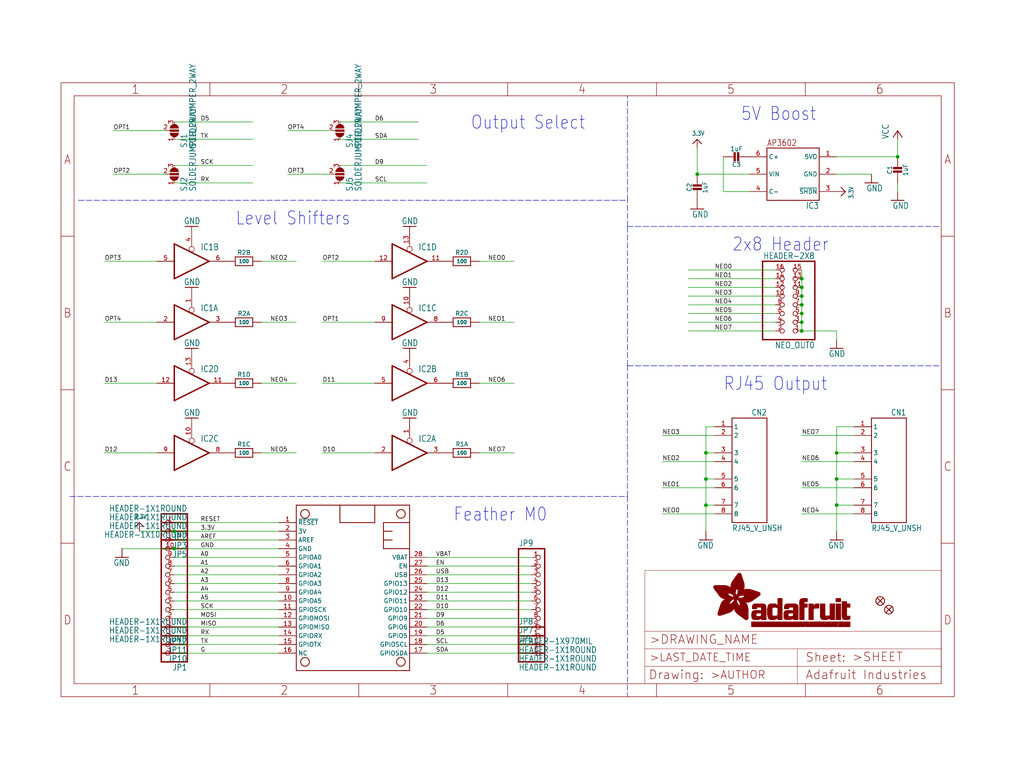
<source format=kicad_sch>
(kicad_sch (version 20211123) (generator eeschema)
  (paper "User" 298.45 223.063)
  (lib_symbols
    (symbol "schematicEagle-eagle-import:3.3V" (power)
      (property "Value" "3.3V" (at -1.524 1.016 0))
      (symbol "3.3V_1_0"
        (pin power_in line (at 0 -2.54 90) (length 2.54) (name "3.3V") (number "1"))
      )
    )
    (symbol "schematicEagle-eagle-import:74125PW"
      (property "Reference" "IC" (at -0.635 -0.635 0))
      (symbol "74125PW_1_0"
        (pin input line (at 0 7.62 270) (length 2.54) (name "OE") (number "1"))
        (pin input line (at -10.16 0 0) (length 5.08) (name "I") (number "2"))
        (pin tri_state line (at 10.16 0 180) (length 5.08) (name "O") (number "3"))
      )
      (symbol "74125PW_2_0"
        (pin input line (at 0 7.62 270) (length 2.54) (name "OE") (number "4"))
        (pin input line (at -10.16 0 0) (length 5.08) (name "I") (number "5"))
        (pin tri_state line (at 10.16 0 180) (length 5.08) (name "O") (number "6"))
      )
      (symbol "74125PW_3_0"
        (pin input line (at 0 7.62 270) (length 2.54) (name "OE") (number "10"))
        (pin tri_state line (at 10.16 0 180) (length 5.08) (name "O") (number "8"))
        (pin input line (at -10.16 0 0) (length 5.08) (name "I") (number "9"))
      )
      (symbol "74125PW_4_0"
        (pin tri_state line (at 10.16 0 180) (length 5.08) (name "O") (number "11"))
        (pin input line (at -10.16 0 0) (length 5.08) (name "I") (number "12"))
        (pin input line (at 0 7.62 270) (length 2.54) (name "OE") (number "13"))
      )
      (symbol "74125PW_5_0"
        (text "GND" (at 1.905 -5.842 900) (effects (font (size 1.27 1.0795)) (justify left bottom)))
        (text "VCC" (at 1.905 2.54 900) (effects (font (size 1.27 1.0795)) (justify left bottom)))
        (pin power_in line (at 0 7.62 270) (length 5.08) (name "VCC") (number "14"))
        (pin power_in line (at 0 -7.62 90) (length 5.08) (name "GND") (number "7"))
      )
    )
    (symbol "schematicEagle-eagle-import:AP3602"
      (property "Reference" "IC" (at -7.62 -10.16 0))
      (symbol "AP3602_1_0"
        (text "AP3602" (at 7.62 10.16 0) (effects (font (size 1.778 1.5113)) (justify right top)))
        (pin power_in line (at -12.7 5.08 0) (length 5.08) (name "5VO") (number "1"))
        (pin power_in line (at -12.7 0 0) (length 5.08) (name "GND") (number "2"))
        (pin input line (at -12.7 -5.08 0) (length 5.08) (name "~{SHDN}") (number "3"))
        (pin bidirectional line (at 12.7 -5.08 180) (length 5.08) (name "C-") (number "4"))
        (pin power_in line (at 12.7 0 180) (length 5.08) (name "VIN") (number "5"))
        (pin bidirectional line (at 12.7 5.08 180) (length 5.08) (name "C+") (number "6"))
      )
    )
    (symbol "schematicEagle-eagle-import:CAP_CERAMIC0603_NO"
      (property "Reference" "C" (at -2.29 1.25 90))
      (property "Value" "CAP_CERAMIC0603_NO" (at 2.3 1.25 90))
      (symbol "CAP_CERAMIC0603_NO_1_0"
        (pin passive line (at 0 5.08 270) (length 2.54) (name "1") (number "1"))
        (pin passive line (at 0 -2.54 90) (length 2.54) (name "2") (number "2"))
      )
    )
    (symbol "schematicEagle-eagle-import:FEATHERWING"
      (symbol "FEATHERWING_1_0"
        (pin input line (at 5.08 -5.08 90) (length 5.08) (name "~{RESET}") (number "1"))
        (pin bidirectional line (at 27.94 -5.08 90) (length 5.08) (name "GPIOA5") (number "10"))
        (pin bidirectional line (at 30.48 -5.08 90) (length 5.08) (name "GPIOSCK") (number "11"))
        (pin bidirectional line (at 33.02 -5.08 90) (length 5.08) (name "GPIOMOSI") (number "12"))
        (pin bidirectional line (at 35.56 -5.08 90) (length 5.08) (name "GPIOMISO") (number "13"))
        (pin bidirectional line (at 38.1 -5.08 90) (length 5.08) (name "GPIORX") (number "14"))
        (pin bidirectional line (at 40.64 -5.08 90) (length 5.08) (name "GPIOTX") (number "15"))
        (pin passive line (at 43.18 -5.08 90) (length 5.08) (name "NC") (number "16"))
        (pin bidirectional line (at 43.18 38.1 270) (length 5.08) (name "GPIOSDA") (number "17"))
        (pin bidirectional line (at 40.64 38.1 270) (length 5.08) (name "GPIOSCL") (number "18"))
        (pin bidirectional line (at 38.1 38.1 270) (length 5.08) (name "GPIO5") (number "19"))
        (pin power_in line (at 7.62 -5.08 90) (length 5.08) (name "3V") (number "2"))
        (pin bidirectional line (at 35.56 38.1 270) (length 5.08) (name "GPIO6") (number "20"))
        (pin bidirectional line (at 33.02 38.1 270) (length 5.08) (name "GPIO9") (number "21"))
        (pin bidirectional line (at 30.48 38.1 270) (length 5.08) (name "GPIO10") (number "22"))
        (pin bidirectional line (at 27.94 38.1 270) (length 5.08) (name "GPIO11") (number "23"))
        (pin bidirectional line (at 25.4 38.1 270) (length 5.08) (name "GPIO12") (number "24"))
        (pin bidirectional line (at 22.86 38.1 270) (length 5.08) (name "GPIO13") (number "25"))
        (pin power_in line (at 20.32 38.1 270) (length 5.08) (name "USB") (number "26"))
        (pin passive line (at 17.78 38.1 270) (length 5.08) (name "EN") (number "27"))
        (pin power_in line (at 15.24 38.1 270) (length 5.08) (name "VBAT") (number "28"))
        (pin passive line (at 10.16 -5.08 90) (length 5.08) (name "AREF") (number "3"))
        (pin power_in line (at 12.7 -5.08 90) (length 5.08) (name "GND") (number "4"))
        (pin bidirectional line (at 15.24 -5.08 90) (length 5.08) (name "GPIOA0") (number "5"))
        (pin bidirectional line (at 17.78 -5.08 90) (length 5.08) (name "GPIOA1") (number "6"))
        (pin bidirectional line (at 20.32 -5.08 90) (length 5.08) (name "GPIOA2") (number "7"))
        (pin bidirectional line (at 22.86 -5.08 90) (length 5.08) (name "GPIOA3") (number "8"))
        (pin bidirectional line (at 25.4 -5.08 90) (length 5.08) (name "GPIOA4") (number "9"))
      )
    )
    (symbol "schematicEagle-eagle-import:FIDUCIAL_1MM")
    (symbol "schematicEagle-eagle-import:FRAME_A4_ADAFRUIT"
      (symbol "FRAME_A4_ADAFRUIT_0_0"
        (text "1" (at 21.6958 1.905 0) (effects (font (size 2.54 2.286))))
        (text "1" (at 21.6958 177.165 0) (effects (font (size 2.54 2.286))))
        (text "2" (at 65.0875 1.905 0) (effects (font (size 2.54 2.286))))
        (text "2" (at 65.0875 177.165 0) (effects (font (size 2.54 2.286))))
        (text "3" (at 108.4792 1.905 0) (effects (font (size 2.54 2.286))))
        (text "3" (at 108.4792 177.165 0) (effects (font (size 2.54 2.286))))
        (text "4" (at 151.8708 1.905 0) (effects (font (size 2.54 2.286))))
        (text "4" (at 151.8708 177.165 0) (effects (font (size 2.54 2.286))))
        (text "5" (at 195.2625 1.905 0) (effects (font (size 2.54 2.286))))
        (text "5" (at 195.2625 177.165 0) (effects (font (size 2.54 2.286))))
        (text "6" (at 238.6542 1.905 0) (effects (font (size 2.54 2.286))))
        (text "6" (at 238.6542 177.165 0) (effects (font (size 2.54 2.286))))
        (text "A" (at 1.905 156.6863 0) (effects (font (size 2.54 2.286))))
        (text "A" (at 258.445 156.6863 0) (effects (font (size 2.54 2.286))))
        (text "B" (at 1.905 111.9188 0) (effects (font (size 2.54 2.286))))
        (text "B" (at 258.445 111.9188 0) (effects (font (size 2.54 2.286))))
        (text "C" (at 1.905 67.1513 0) (effects (font (size 2.54 2.286))))
        (text "C" (at 258.445 67.1513 0) (effects (font (size 2.54 2.286))))
        (text "D" (at 1.905 22.3838 0) (effects (font (size 2.54 2.286))))
        (text "D" (at 258.445 22.3838 0) (effects (font (size 2.54 2.286))))
      )
      (symbol "FRAME_A4_ADAFRUIT_1_0"
        (text ">AUTHOR" (at 189.23 5.08 0) (effects (font (size 2.286 2.286)) (justify left bottom)))
        (text ">DRAWING_NAME" (at 171.45 15.24 0) (effects (font (size 2.54 2.54)) (justify left bottom)))
        (text ">LAST_DATE_TIME" (at 171.45 10.16 0) (effects (font (size 2.286 2.286)) (justify left bottom)))
        (text ">SHEET" (at 230.505 10.16 0) (effects (font (size 2.54 2.54)) (justify left bottom)))
        (text "Adafruit Industries" (at 216.916 4.953 0) (effects (font (size 2.54 2.54)) (justify left bottom)))
        (text "Drawing:" (at 171.196 4.953 0) (effects (font (size 2.54 2.54)) (justify left bottom)))
        (text "Sheet:" (at 216.916 10.033 0) (effects (font (size 2.54 2.54)) (justify left bottom)))
      )
    )
    (symbol "schematicEagle-eagle-import:GND" (power)
      (property "Value" "GND" (at -2.54 -2.54 0))
      (symbol "GND_1_0"
        (pin power_in line (at 0 2.54 270) (length 2.54) (name "GND") (number "1"))
      )
    )
    (symbol "schematicEagle-eagle-import:HEADER-1X10ROUND"
      (property "Reference" "JP" (at -6.35 13.335 0))
      (property "Value" "HEADER-1X10ROUND" (at -6.35 -17.78 0))
      (symbol "HEADER-1X10ROUND_1_0"
        (pin passive inverted (at -2.54 10.16 0) (length 2.54) (name "1") (number "1"))
        (pin passive inverted (at -2.54 -12.7 0) (length 2.54) (name "10") (number "10"))
        (pin passive inverted (at -2.54 7.62 0) (length 2.54) (name "2") (number "2"))
        (pin passive inverted (at -2.54 5.08 0) (length 2.54) (name "3") (number "3"))
        (pin passive inverted (at -2.54 2.54 0) (length 2.54) (name "4") (number "4"))
        (pin passive inverted (at -2.54 0 0) (length 2.54) (name "5") (number "5"))
        (pin passive inverted (at -2.54 -2.54 0) (length 2.54) (name "6") (number "6"))
        (pin passive inverted (at -2.54 -5.08 0) (length 2.54) (name "7") (number "7"))
        (pin passive inverted (at -2.54 -7.62 0) (length 2.54) (name "8") (number "8"))
        (pin passive inverted (at -2.54 -10.16 0) (length 2.54) (name "9") (number "9"))
      )
    )
    (symbol "schematicEagle-eagle-import:HEADER-1X1ROUND"
      (property "Reference" "JP" (at -6.35 3.175 0))
      (property "Value" "HEADER-1X1ROUND" (at -6.35 -5.08 0))
      (symbol "HEADER-1X1ROUND_1_0"
        (pin passive inverted (at -2.54 0 0) (length 2.54) (name "1") (number "1"))
      )
    )
    (symbol "schematicEagle-eagle-import:HEADER-1X970MIL"
      (property "Reference" "JP" (at -6.35 13.335 0))
      (property "Value" "HEADER-1X970MIL" (at -6.35 -15.24 0))
      (symbol "HEADER-1X970MIL_1_0"
        (pin passive inverted (at -2.54 10.16 0) (length 2.54) (name "1") (number "1"))
        (pin passive inverted (at -2.54 7.62 0) (length 2.54) (name "2") (number "2"))
        (pin passive inverted (at -2.54 5.08 0) (length 2.54) (name "3") (number "3"))
        (pin passive inverted (at -2.54 2.54 0) (length 2.54) (name "4") (number "4"))
        (pin passive inverted (at -2.54 0 0) (length 2.54) (name "5") (number "5"))
        (pin passive inverted (at -2.54 -2.54 0) (length 2.54) (name "6") (number "6"))
        (pin passive inverted (at -2.54 -5.08 0) (length 2.54) (name "7") (number "7"))
        (pin passive inverted (at -2.54 -7.62 0) (length 2.54) (name "8") (number "8"))
        (pin passive inverted (at -2.54 -10.16 0) (length 2.54) (name "9") (number "9"))
      )
    )
    (symbol "schematicEagle-eagle-import:HEADER-2X8"
      (property "Reference" "JP" (at -8.89 10.795 0))
      (property "Value" "HEADER-2X8" (at -8.89 -15.24 0))
      (symbol "HEADER-2X8_1_0"
        (pin passive inverted (at -5.08 7.62 0) (length 2.54) (name "1") (number "1"))
        (pin passive inverted (at 2.54 -2.54 180) (length 2.54) (name "10") (number "10"))
        (pin passive inverted (at -5.08 -5.08 0) (length 2.54) (name "11") (number "11"))
        (pin passive inverted (at 2.54 -5.08 180) (length 2.54) (name "12") (number "12"))
        (pin passive inverted (at -5.08 -7.62 0) (length 2.54) (name "13") (number "13"))
        (pin passive inverted (at 2.54 -7.62 180) (length 2.54) (name "14") (number "14"))
        (pin passive inverted (at -5.08 -10.16 0) (length 2.54) (name "15") (number "15"))
        (pin passive inverted (at 2.54 -10.16 180) (length 2.54) (name "16") (number "16"))
        (pin passive inverted (at 2.54 7.62 180) (length 2.54) (name "2") (number "2"))
        (pin passive inverted (at -5.08 5.08 0) (length 2.54) (name "3") (number "3"))
        (pin passive inverted (at 2.54 5.08 180) (length 2.54) (name "4") (number "4"))
        (pin passive inverted (at -5.08 2.54 0) (length 2.54) (name "5") (number "5"))
        (pin passive inverted (at 2.54 2.54 180) (length 2.54) (name "6") (number "6"))
        (pin passive inverted (at -5.08 0 0) (length 2.54) (name "7") (number "7"))
        (pin passive inverted (at 2.54 0 180) (length 2.54) (name "8") (number "8"))
        (pin passive inverted (at -5.08 -2.54 0) (length 2.54) (name "9") (number "9"))
      )
    )
    (symbol "schematicEagle-eagle-import:RESISTOR_4PACK"
      (property "Reference" "R" (at 0 2.54 0))
      (property "Value" "RESISTOR_4PACK" (at 0 0 0))
      (symbol "RESISTOR_4PACK_1_0"
        (pin passive line (at -5.08 0 0) (length 2.54) (name "1") (number "1"))
        (pin passive line (at 5.08 0 180) (length 2.54) (name "2") (number "8"))
      )
      (symbol "RESISTOR_4PACK_2_0"
        (pin passive line (at -5.08 0 0) (length 2.54) (name "1") (number "2"))
        (pin passive line (at 5.08 0 180) (length 2.54) (name "2") (number "7"))
      )
      (symbol "RESISTOR_4PACK_3_0"
        (pin passive line (at -5.08 0 0) (length 2.54) (name "1") (number "3"))
        (pin passive line (at 5.08 0 180) (length 2.54) (name "2") (number "6"))
      )
      (symbol "RESISTOR_4PACK_4_0"
        (pin passive line (at -5.08 0 0) (length 2.54) (name "1") (number "4"))
        (pin passive line (at 5.08 0 180) (length 2.54) (name "2") (number "5"))
      )
    )
    (symbol "schematicEagle-eagle-import:RJ45_V_UNSH"
      (property "Reference" "CN" (at 5.08 17.78 0))
      (property "Value" "RJ45_V_UNSH" (at -5.08 -17.78 0))
      (symbol "RJ45_V_UNSH_1_0"
        (pin bidirectional line (at -10.16 12.7 0) (length 5.08) (name "1") (number "1"))
        (pin bidirectional line (at -10.16 10.16 0) (length 5.08) (name "2") (number "2"))
        (pin bidirectional line (at -10.16 5.08 0) (length 5.08) (name "3") (number "3"))
        (pin bidirectional line (at -10.16 2.54 0) (length 5.08) (name "4") (number "4"))
        (pin bidirectional line (at -10.16 -2.54 0) (length 5.08) (name "5") (number "5"))
        (pin bidirectional line (at -10.16 -5.08 0) (length 5.08) (name "6") (number "6"))
        (pin bidirectional line (at -10.16 -10.16 0) (length 5.08) (name "7") (number "7"))
        (pin bidirectional line (at -10.16 -12.7 0) (length 5.08) (name "8") (number "8"))
      )
    )
    (symbol "schematicEagle-eagle-import:SOLDERJUMPER_2WAY"
      (property "Reference" "SJ" (at -5.08 -3.81 0))
      (property "Value" "SOLDERJUMPER_2WAY" (at -5.08 -6.35 0))
      (symbol "SOLDERJUMPER_2WAY_1_0"
        (pin passive line (at -2.54 0 0) (length 0) (name "1") (number "1"))
        (pin passive line (at 0 2.54 270) (length 0) (name "2") (number "2"))
        (pin passive line (at 2.54 0 180) (length 0) (name "3") (number "3"))
      )
    )
    (symbol "schematicEagle-eagle-import:VCC" (power)
      (property "Value" "VCC" (at -2.54 -2.54 90))
      (symbol "VCC_1_0"
        (pin power_in line (at 0 -2.54 90) (length 2.54) (name "VCC") (number "1"))
      )
    )
  )
  (junction (at 233.68 88.9))
  (junction (at 50.8 154.94))
  (junction (at 243.84 132.08))
  (junction (at 233.68 91.44))
  (junction (at 233.68 96.52))
  (junction (at 243.84 139.7))
  (junction (at 205.74 139.7))
  (junction (at 233.68 93.98))
  (junction (at 261.62 45.72))
  (junction (at 233.68 83.82))
  (junction (at 233.68 86.36))
  (junction (at 233.68 81.28))
  (junction (at 50.8 160.02))
  (junction (at 205.74 132.08))
  (junction (at 205.74 147.32))
  (junction (at 203.2 50.8))
  (junction (at 243.84 147.32))
  (wire (pts (xy 154.94 167.64) (xy 124.46 167.64)))
  (wire (pts (xy 200.66 96.52) (xy 226.06 96.52)))
  (wire (pts (xy 208.28 134.62) (xy 193.04 134.62)))
  (wire (pts (xy 243.84 132.08) (xy 243.84 139.7)))
  (wire (pts (xy 48.26 38.1) (xy 33.02 38.1)))
  (wire (pts (xy 218.44 50.8) (xy 203.2 50.8)))
  (polyline (pts (xy 182.88 66.04) (xy 182.88 58.42)))
  (polyline (pts (xy 182.88 58.42) (xy 182.88 27.94)))
  (wire (pts (xy 33.02 50.8) (xy 48.26 50.8)))
  (wire (pts (xy 50.8 53.34) (xy 73.66 53.34)))
  (wire (pts (xy 233.68 93.98) (xy 233.68 96.52)))
  (wire (pts (xy 109.22 111.76) (xy 93.98 111.76)))
  (wire (pts (xy 233.68 83.82) (xy 233.68 86.36)))
  (wire (pts (xy 210.82 55.88) (xy 210.82 45.72)))
  (wire (pts (xy 50.8 182.88) (xy 81.28 182.88)))
  (wire (pts (xy 200.66 83.82) (xy 226.06 83.82)))
  (wire (pts (xy 83.82 38.1) (xy 96.52 38.1)))
  (wire (pts (xy 50.8 160.02) (xy 81.28 160.02)))
  (polyline (pts (xy 182.88 66.04) (xy 274.32 66.04)))
  (wire (pts (xy 154.94 182.88) (xy 124.46 182.88)))
  (wire (pts (xy 233.68 96.52) (xy 243.84 96.52)))
  (wire (pts (xy 139.7 93.98) (xy 149.86 93.98)))
  (wire (pts (xy 50.8 40.64) (xy 73.66 40.64)))
  (wire (pts (xy 203.2 50.8) (xy 203.2 43.18)))
  (wire (pts (xy 218.44 55.88) (xy 210.82 55.88)))
  (wire (pts (xy 50.8 180.34) (xy 81.28 180.34)))
  (wire (pts (xy 50.8 187.96) (xy 81.28 187.96)))
  (wire (pts (xy 50.8 48.26) (xy 73.66 48.26)))
  (wire (pts (xy 50.8 154.94) (xy 81.28 154.94)))
  (wire (pts (xy 233.68 88.9) (xy 233.68 91.44)))
  (wire (pts (xy 121.92 40.64) (xy 99.06 40.64)))
  (wire (pts (xy 248.92 149.86) (xy 233.68 149.86)))
  (polyline (pts (xy 182.88 106.68) (xy 274.32 106.68)))
  (wire (pts (xy 261.62 53.34) (xy 261.62 55.88)))
  (wire (pts (xy 139.7 76.2) (xy 149.86 76.2)))
  (wire (pts (xy 200.66 81.28) (xy 226.06 81.28)))
  (wire (pts (xy 243.84 96.52) (xy 243.84 99.06)))
  (wire (pts (xy 226.06 93.98) (xy 200.66 93.98)))
  (wire (pts (xy 50.8 152.4) (xy 81.28 152.4)))
  (wire (pts (xy 208.28 149.86) (xy 193.04 149.86)))
  (wire (pts (xy 154.94 172.72) (xy 124.46 172.72)))
  (polyline (pts (xy 182.88 144.78) (xy 182.88 203.2)))
  (wire (pts (xy 205.74 147.32) (xy 205.74 154.94)))
  (wire (pts (xy 226.06 88.9) (xy 200.66 88.9)))
  (polyline (pts (xy 20.32 144.78) (xy 182.88 144.78)))
  (polyline (pts (xy 182.88 144.78) (xy 182.88 106.68)))
  (wire (pts (xy 248.92 139.7) (xy 243.84 139.7)))
  (wire (pts (xy 50.8 167.64) (xy 81.28 167.64)))
  (wire (pts (xy 50.8 172.72) (xy 81.28 172.72)))
  (wire (pts (xy 248.92 142.24) (xy 233.68 142.24)))
  (wire (pts (xy 83.82 50.8) (xy 96.52 50.8)))
  (wire (pts (xy 50.8 177.8) (xy 81.28 177.8)))
  (wire (pts (xy 154.94 190.5) (xy 124.46 190.5)))
  (wire (pts (xy 233.68 78.74) (xy 233.68 81.28)))
  (wire (pts (xy 254 50.8) (xy 243.84 50.8)))
  (wire (pts (xy 205.74 132.08) (xy 205.74 139.7)))
  (wire (pts (xy 208.28 132.08) (xy 205.74 132.08)))
  (wire (pts (xy 205.74 139.7) (xy 205.74 147.32)))
  (wire (pts (xy 243.84 147.32) (xy 243.84 154.94)))
  (wire (pts (xy 200.66 86.36) (xy 226.06 86.36)))
  (wire (pts (xy 50.8 35.56) (xy 73.66 35.56)))
  (wire (pts (xy 205.74 147.32) (xy 208.28 147.32)))
  (wire (pts (xy 50.8 154.94) (xy 40.64 154.94)))
  (wire (pts (xy 50.8 190.5) (xy 81.28 190.5)))
  (wire (pts (xy 50.8 185.42) (xy 81.28 185.42)))
  (polyline (pts (xy 182.88 106.68) (xy 182.88 66.04)))
  (wire (pts (xy 109.22 132.08) (xy 93.98 132.08)))
  (wire (pts (xy 139.7 111.76) (xy 149.86 111.76)))
  (wire (pts (xy 233.68 134.62) (xy 248.92 134.62)))
  (wire (pts (xy 248.92 132.08) (xy 243.84 132.08)))
  (wire (pts (xy 200.66 78.74) (xy 226.06 78.74)))
  (wire (pts (xy 208.28 124.46) (xy 205.74 124.46)))
  (wire (pts (xy 86.36 111.76) (xy 76.2 111.76)))
  (wire (pts (xy 233.68 91.44) (xy 233.68 93.98)))
  (wire (pts (xy 154.94 175.26) (xy 124.46 175.26)))
  (wire (pts (xy 248.92 127) (xy 233.68 127)))
  (wire (pts (xy 99.06 35.56) (xy 121.92 35.56)))
  (wire (pts (xy 30.48 132.08) (xy 45.72 132.08)))
  (wire (pts (xy 45.72 93.98) (xy 30.48 93.98)))
  (wire (pts (xy 261.62 45.72) (xy 261.62 40.64)))
  (wire (pts (xy 50.8 160.02) (xy 35.56 160.02)))
  (wire (pts (xy 154.94 185.42) (xy 124.46 185.42)))
  (wire (pts (xy 193.04 142.24) (xy 208.28 142.24)))
  (wire (pts (xy 243.84 147.32) (xy 248.92 147.32)))
  (wire (pts (xy 154.94 177.8) (xy 124.46 177.8)))
  (wire (pts (xy 50.8 175.26) (xy 81.28 175.26)))
  (wire (pts (xy 243.84 139.7) (xy 243.84 147.32)))
  (wire (pts (xy 200.66 91.44) (xy 226.06 91.44)))
  (wire (pts (xy 243.84 124.46) (xy 243.84 132.08)))
  (wire (pts (xy 76.2 76.2) (xy 86.36 76.2)))
  (wire (pts (xy 50.8 162.56) (xy 81.28 162.56)))
  (wire (pts (xy 208.28 127) (xy 193.04 127)))
  (wire (pts (xy 76.2 93.98) (xy 86.36 93.98)))
  (wire (pts (xy 205.74 124.46) (xy 205.74 132.08)))
  (polyline (pts (xy 22.86 58.42) (xy 182.88 58.42)))
  (wire (pts (xy 50.8 170.18) (xy 81.28 170.18)))
  (wire (pts (xy 154.94 187.96) (xy 124.46 187.96)))
  (wire (pts (xy 76.2 132.08) (xy 86.36 132.08)))
  (wire (pts (xy 50.8 165.1) (xy 81.28 165.1)))
  (wire (pts (xy 208.28 139.7) (xy 205.74 139.7)))
  (wire (pts (xy 99.06 48.26) (xy 124.46 48.26)))
  (wire (pts (xy 45.72 76.2) (xy 30.48 76.2)))
  (wire (pts (xy 99.06 53.34) (xy 124.46 53.34)))
  (wire (pts (xy 233.68 81.28) (xy 233.68 83.82)))
  (wire (pts (xy 248.92 124.46) (xy 243.84 124.46)))
  (wire (pts (xy 154.94 180.34) (xy 124.46 180.34)))
  (wire (pts (xy 50.8 157.48) (xy 81.28 157.48)))
  (wire (pts (xy 154.94 170.18) (xy 124.46 170.18)))
  (wire (pts (xy 93.98 93.98) (xy 109.22 93.98)))
  (wire (pts (xy 149.86 132.08) (xy 139.7 132.08)))
  (wire (pts (xy 109.22 76.2) (xy 93.98 76.2)))
  (wire (pts (xy 30.48 111.76) (xy 45.72 111.76)))
  (wire (pts (xy 233.68 86.36) (xy 233.68 88.9)))
  (wire (pts (xy 154.94 165.1) (xy 124.46 165.1)))
  (wire (pts (xy 243.84 45.72) (xy 261.62 45.72)))
  (wire (pts (xy 154.94 162.56) (xy 124.46 162.56)))
  (text "Feather M0" (at 132.08 152.4 180) (effects (font (size 3.81 3.2385)) (justify left bottom)))
  (text "2x8 Header" (at 213.36 73.66 180) (effects (font (size 3.81 3.2385)) (justify left bottom)))
  (text "Output Select" (at 137.16 38.1 180) (effects (font (size 3.81 3.2385)) (justify left bottom)))
  (text "Level Shifters" (at 68.58 66.04 180) (effects (font (size 3.81 3.2385)) (justify left bottom)))
  (text "5V Boost" (at 215.9 35.56 180) (effects (font (size 3.81 3.2385)) (justify left bottom)))
  (text "RJ45 Output" (at 210.82 114.3 180) (effects (font (size 3.81 3.2385)) (justify left bottom)))
  (label "A0" (at 58.42 162.56 0) (effects (font (size 1.2446 1.2446))))
  (label "AREF" (at 58.42 157.48 0) (effects (font (size 1.2446 1.2446))))
  (label "OPT1" (at 33.02 38.1 0) (effects (font (size 1.2446 1.2446))))
  (label "NEO5" (at 78.74 132.08 0) (effects (font (size 1.2446 1.2446))))
  (label "A5" (at 58.42 175.26 0) (effects (font (size 1.2446 1.2446))))
  (label "GND" (at 58.42 160.02 0) (effects (font (size 1.2446 1.2446))))
  (label "NEO2" (at 78.74 76.2 0) (effects (font (size 1.2446 1.2446))))
  (label "NEO4" (at 233.68 149.86 0) (effects (font (size 1.2446 1.2446))))
  (label "D9" (at 127 180.34 0) (effects (font (size 1.2446 1.2446))))
  (label "TX" (at 58.42 187.96 0) (effects (font (size 1.2446 1.2446))))
  (label "NEO1" (at 193.04 142.24 0) (effects (font (size 1.2446 1.2446))))
  (label "A2" (at 58.42 167.64 0) (effects (font (size 1.2446 1.2446))))
  (label "OPT3" (at 83.82 50.8 0) (effects (font (size 1.2446 1.2446))))
  (label "D13" (at 127 170.18 0) (effects (font (size 1.2446 1.2446))))
  (label "SCK" (at 58.42 48.26 0) (effects (font (size 1.2446 1.2446))))
  (label "OPT2" (at 93.98 76.2 0) (effects (font (size 1.2446 1.2446))))
  (label "NEO0" (at 193.04 149.86 0) (effects (font (size 1.2446 1.2446))))
  (label "USB" (at 127 167.64 0) (effects (font (size 1.2446 1.2446))))
  (label "NEO5" (at 233.68 142.24 0) (effects (font (size 1.2446 1.2446))))
  (label "OPT1" (at 93.98 93.98 0) (effects (font (size 1.2446 1.2446))))
  (label "D5" (at 58.42 35.56 0) (effects (font (size 1.2446 1.2446))))
  (label "OPT4" (at 30.48 93.98 0) (effects (font (size 1.2446 1.2446))))
  (label "NEO6" (at 208.28 93.98 0) (effects (font (size 1.2446 1.2446))))
  (label "SDA" (at 109.22 40.64 0) (effects (font (size 1.2446 1.2446))))
  (label "G" (at 58.42 190.5 0) (effects (font (size 1.2446 1.2446))))
  (label "NEO6" (at 142.24 111.76 0) (effects (font (size 1.2446 1.2446))))
  (label "OPT3" (at 30.48 76.2 0) (effects (font (size 1.2446 1.2446))))
  (label "NEO3" (at 193.04 127 0) (effects (font (size 1.2446 1.2446))))
  (label "D10" (at 93.98 132.08 0) (effects (font (size 1.2446 1.2446))))
  (label "NEO2" (at 208.28 83.82 0) (effects (font (size 1.2446 1.2446))))
  (label "NEO1" (at 142.24 93.98 0) (effects (font (size 1.2446 1.2446))))
  (label "D12" (at 127 172.72 0) (effects (font (size 1.2446 1.2446))))
  (label "NEO4" (at 78.74 111.76 0) (effects (font (size 1.2446 1.2446))))
  (label "D6" (at 127 182.88 0) (effects (font (size 1.2446 1.2446))))
  (label "NEO0" (at 208.28 78.74 0) (effects (font (size 1.2446 1.2446))))
  (label "NEO7" (at 233.68 127 0) (effects (font (size 1.2446 1.2446))))
  (label "MOSI" (at 58.42 180.34 0) (effects (font (size 1.2446 1.2446))))
  (label "OPT2" (at 33.02 50.8 0) (effects (font (size 1.2446 1.2446))))
  (label "A1" (at 58.42 165.1 0) (effects (font (size 1.2446 1.2446))))
  (label "NEO1" (at 208.28 81.28 0) (effects (font (size 1.2446 1.2446))))
  (label "OPT4" (at 83.82 38.1 0) (effects (font (size 1.2446 1.2446))))
  (label "RESET" (at 58.42 152.4 0) (effects (font (size 1.2446 1.2446))))
  (label "D11" (at 93.98 111.76 0) (effects (font (size 1.2446 1.2446))))
  (label "A3" (at 58.42 170.18 0) (effects (font (size 1.2446 1.2446))))
  (label "RX" (at 58.42 53.34 0) (effects (font (size 1.2446 1.2446))))
  (label "TX" (at 58.42 40.64 0) (effects (font (size 1.2446 1.2446))))
  (label "SCL" (at 127 187.96 0) (effects (font (size 1.2446 1.2446))))
  (label "NEO5" (at 208.28 91.44 0) (effects (font (size 1.2446 1.2446))))
  (label "VBAT" (at 127 162.56 0) (effects (font (size 1.2446 1.2446))))
  (label "D12" (at 30.48 132.08 0) (effects (font (size 1.2446 1.2446))))
  (label "3.3V" (at 58.42 154.94 0) (effects (font (size 1.2446 1.2446))))
  (label "NEO2" (at 193.04 134.62 0) (effects (font (size 1.2446 1.2446))))
  (label "D9" (at 109.22 48.26 0) (effects (font (size 1.2446 1.2446))))
  (label "NEO3" (at 208.28 86.36 0) (effects (font (size 1.2446 1.2446))))
  (label "RX" (at 58.42 185.42 0) (effects (font (size 1.2446 1.2446))))
  (label "NEO7" (at 142.24 132.08 0) (effects (font (size 1.2446 1.2446))))
  (label "SCL" (at 109.22 53.34 0) (effects (font (size 1.2446 1.2446))))
  (label "MISO" (at 58.42 182.88 0) (effects (font (size 1.2446 1.2446))))
  (label "D6" (at 109.22 35.56 0) (effects (font (size 1.2446 1.2446))))
  (label "NEO6" (at 233.68 134.62 0) (effects (font (size 1.2446 1.2446))))
  (label "D10" (at 127 177.8 0) (effects (font (size 1.2446 1.2446))))
  (label "SDA" (at 127 190.5 0) (effects (font (size 1.2446 1.2446))))
  (label "A4" (at 58.42 172.72 0) (effects (font (size 1.2446 1.2446))))
  (label "D5" (at 127 185.42 0) (effects (font (size 1.2446 1.2446))))
  (label "SCK" (at 58.42 177.8 0) (effects (font (size 1.2446 1.2446))))
  (label "EN" (at 127 165.1 0) (effects (font (size 1.2446 1.2446))))
  (label "NEO4" (at 208.28 88.9 0) (effects (font (size 1.2446 1.2446))))
  (label "NEO3" (at 78.74 93.98 0) (effects (font (size 1.2446 1.2446))))
  (label "D13" (at 30.48 111.76 0) (effects (font (size 1.2446 1.2446))))
  (label "NEO0" (at 142.24 76.2 0) (effects (font (size 1.2446 1.2446))))
  (label "NEO7" (at 208.28 96.52 0) (effects (font (size 1.2446 1.2446))))
  (label "D11" (at 127 175.26 0) (effects (font (size 1.2446 1.2446))))
  (symbol (lib_id "schematicEagle-eagle-import:HEADER-1X1ROUND") (at 157.48 190.5 0) (unit 1)
    (property "Reference" "JP6" (at 151.13 187.325 0) (effects (font (size 1.778 1.5113)) (justify left bottom)))
    (property "Value" "HEADER-1X1ROUND" (at 151.13 195.58 0) (effects (font (size 1.778 1.5113)) (justify left bottom)))
    (property "Footprint" "schematicEagle:1X01_ROUND" (effects hide))
  )
  (symbol (lib_id "schematicEagle-eagle-import:HEADER-1X1ROUND") (at 48.26 185.42 180) (unit 1)
    (property "Reference" "JP11" (at 54.61 188.595 0) (effects (font (size 1.778 1.5113)) (justify left bottom)))
    (property "Value" "HEADER-1X1ROUND" (at 54.61 180.34 0) (effects (font (size 1.778 1.5113)) (justify left bottom)))
    (property "Footprint" "schematicEagle:1X01_ROUND" (effects hide))
  )
  (symbol (lib_id "schematicEagle-eagle-import:RESISTOR_4PACK") (at 71.12 76.2 0) (unit 2)
    (property "Reference" "R2" (at 71.12 73.66 0))
    (property "Value" "100" (at 71.12 76.2 0) (effects (font (size 1.016 1.016) bold)))
    (property "Footprint" "schematicEagle:RESPACK_4X0603" (effects hide))
  )
  (symbol (lib_id "schematicEagle-eagle-import:GND") (at 119.38 66.04 180) (unit 1)
    (property "Reference" "#GND6" (effects hide))
    (property "Value" "GND" (at 121.92 63.5 0) (effects (font (size 1.778 1.5113)) (justify left bottom)))
    (property "Footprint" "schematicEagle:" (effects hide))
  )
  (symbol (lib_id "schematicEagle-eagle-import:RESISTOR_4PACK") (at 71.12 132.08 0) (unit 3)
    (property "Reference" "R1" (at 71.12 129.54 0))
    (property "Value" "100" (at 71.12 132.08 0) (effects (font (size 1.016 1.016) bold)))
    (property "Footprint" "schematicEagle:RESPACK_4X0603" (effects hide))
  )
  (symbol (lib_id "schematicEagle-eagle-import:HEADER-1X1ROUND") (at 157.48 185.42 0) (unit 1)
    (property "Reference" "JP8" (at 151.13 182.245 0) (effects (font (size 1.778 1.5113)) (justify left bottom)))
    (property "Value" "HEADER-1X1ROUND" (at 151.13 190.5 0) (effects (font (size 1.778 1.5113)) (justify left bottom)))
    (property "Footprint" "schematicEagle:1X01_ROUND" (effects hide))
  )
  (symbol (lib_id "schematicEagle-eagle-import:RESISTOR_4PACK") (at 134.62 93.98 0) (unit 3)
    (property "Reference" "R2" (at 134.62 91.44 0))
    (property "Value" "100" (at 134.62 93.98 0) (effects (font (size 1.016 1.016) bold)))
    (property "Footprint" "schematicEagle:RESPACK_4X0603" (effects hide))
  )
  (symbol (lib_id "schematicEagle-eagle-import:FRAME_A4_ADAFRUIT") (at 17.78 203.2 0) (unit 1)
    (property "Reference" "#U$1" (effects hide))
    (property "Value" "FRAME_A4_ADAFRUIT" (effects hide))
    (property "Footprint" "schematicEagle:" (effects hide))
  )
  (symbol (lib_id "schematicEagle-eagle-import:HEADER-1X1ROUND") (at 48.26 157.48 180) (unit 1)
    (property "Reference" "JP5" (at 54.61 160.655 0) (effects (font (size 1.778 1.5113)) (justify left bottom)))
    (property "Value" "HEADER-1X1ROUND" (at 54.61 152.4 0) (effects (font (size 1.778 1.5113)) (justify left bottom)))
    (property "Footprint" "schematicEagle:1X01_ROUND" (effects hide))
  )
  (symbol (lib_id "schematicEagle-eagle-import:GND") (at 243.84 157.48 0) (unit 1)
    (property "Reference" "#GND12" (effects hide))
    (property "Value" "GND" (at 241.3 160.02 0) (effects (font (size 1.778 1.5113)) (justify left bottom)))
    (property "Footprint" "schematicEagle:" (effects hide))
  )
  (symbol (lib_id "schematicEagle-eagle-import:GND") (at 119.38 101.6 180) (unit 1)
    (property "Reference" "#GND8" (effects hide))
    (property "Value" "GND" (at 121.92 99.06 0) (effects (font (size 1.778 1.5113)) (justify left bottom)))
    (property "Footprint" "schematicEagle:" (effects hide))
  )
  (symbol (lib_id "schematicEagle-eagle-import:HEADER-1X1ROUND") (at 157.48 187.96 0) (unit 1)
    (property "Reference" "JP7" (at 151.13 184.785 0) (effects (font (size 1.778 1.5113)) (justify left bottom)))
    (property "Value" "HEADER-1X1ROUND" (at 151.13 193.04 0) (effects (font (size 1.778 1.5113)) (justify left bottom)))
    (property "Footprint" "schematicEagle:1X01_ROUND" (effects hide))
  )
  (symbol (lib_id "schematicEagle-eagle-import:RJ45_V_UNSH") (at 218.44 137.16 0) (unit 1)
    (property "Reference" "CN2" (at 223.52 119.38 0) (effects (font (size 1.6764 1.4249)) (justify right top)))
    (property "Value" "RJ45_V_UNSH" (at 213.36 154.94 0) (effects (font (size 1.6764 1.4249)) (justify left bottom)))
    (property "Footprint" "schematicEagle:RJ45_VERTICAL_UNSHIELDED" (effects hide))
  )
  (symbol (lib_id "schematicEagle-eagle-import:74125PW") (at 55.88 76.2 0) (unit 2)
    (property "Reference" "IC1" (at 58.42 73.025 0) (effects (font (size 1.778 1.5113)) (justify left bottom)))
    (property "Value" "74VHCT125" (effects hide))
    (property "Footprint" "schematicEagle:TSSOP14" (effects hide))
  )
  (symbol (lib_id "schematicEagle-eagle-import:FIDUCIAL_1MM") (at 256.54 175.26 0) (unit 1)
    (property "Reference" "FID1" (effects hide))
    (property "Value" "FIDUCIAL_1MM" (effects hide))
    (property "Footprint" "schematicEagle:FIDUCIAL_1MM" (effects hide))
  )
  (symbol (lib_id "schematicEagle-eagle-import:3.3V") (at 40.64 152.4 0) (unit 1)
    (property "Reference" "#U$3" (effects hide))
    (property "Value" "3.3V" (at 39.116 151.384 0) (effects (font (size 1.27 1.0795)) (justify left bottom)))
    (property "Footprint" "schematicEagle:" (effects hide))
  )
  (symbol (lib_id "schematicEagle-eagle-import:SOLDERJUMPER_2WAY") (at 99.06 50.8 90) (unit 1)
    (property "Reference" "SJ5" (at 102.87 55.88 0) (effects (font (size 1.778 1.5113)) (justify left bottom)))
    (property "Value" "SOLDERJUMPER_2WAY" (at 105.41 55.88 0) (effects (font (size 1.778 1.5113)) (justify left bottom)))
    (property "Footprint" "schematicEagle:SOLDERJUMPER_2WAY_OPEN_NOPASTE" (effects hide))
  )
  (symbol (lib_id "schematicEagle-eagle-import:GND") (at 35.56 162.56 0) (unit 1)
    (property "Reference" "#GND1" (effects hide))
    (property "Value" "GND" (at 33.02 165.1 0) (effects (font (size 1.778 1.5113)) (justify left bottom)))
    (property "Footprint" "schematicEagle:" (effects hide))
  )
  (symbol (lib_id "schematicEagle-eagle-import:GND") (at 203.2 60.96 0) (unit 1)
    (property "Reference" "#U$5" (effects hide))
    (property "Value" "GND" (at 201.676 63.5 0) (effects (font (size 1.778 1.5113)) (justify left bottom)))
    (property "Footprint" "schematicEagle:" (effects hide))
  )
  (symbol (lib_id "schematicEagle-eagle-import:RESISTOR_4PACK") (at 71.12 111.76 0) (unit 4)
    (property "Reference" "R1" (at 71.12 109.22 0))
    (property "Value" "100" (at 71.12 111.76 0) (effects (font (size 1.016 1.016) bold)))
    (property "Footprint" "schematicEagle:RESPACK_4X0603" (effects hide))
  )
  (symbol (lib_id "schematicEagle-eagle-import:VCC") (at 261.62 38.1 0) (unit 1)
    (property "Reference" "#P+1" (effects hide))
    (property "Value" "VCC" (at 259.08 40.64 90) (effects (font (size 1.778 1.5113)) (justify left bottom)))
    (property "Footprint" "schematicEagle:" (effects hide))
  )
  (symbol (lib_id "schematicEagle-eagle-import:74125PW") (at 119.38 76.2 0) (unit 4)
    (property "Reference" "IC1" (at 121.92 73.025 0) (effects (font (size 1.778 1.5113)) (justify left bottom)))
    (property "Value" "74VHCT125" (effects hide))
    (property "Footprint" "schematicEagle:TSSOP14" (effects hide))
  )
  (symbol (lib_id "schematicEagle-eagle-import:FEATHERWING") (at 86.36 147.32 270) (unit 1)
    (property "Reference" "MS1" (effects hide))
    (property "Value" "FEATHERWING" (effects hide))
    (property "Footprint" "schematicEagle:FEATHERWING" (effects hide))
  )
  (symbol (lib_id "schematicEagle-eagle-import:GND") (at 55.88 101.6 180) (unit 1)
    (property "Reference" "#GND10" (effects hide))
    (property "Value" "GND" (at 58.42 99.06 0) (effects (font (size 1.778 1.5113)) (justify left bottom)))
    (property "Footprint" "schematicEagle:" (effects hide))
  )
  (symbol (lib_id "schematicEagle-eagle-import:74125PW") (at 119.38 93.98 0) (unit 3)
    (property "Reference" "IC1" (at 121.92 90.805 0) (effects (font (size 1.778 1.5113)) (justify left bottom)))
    (property "Value" "74VHCT125" (effects hide))
    (property "Footprint" "schematicEagle:TSSOP14" (effects hide))
  )
  (symbol (lib_id "schematicEagle-eagle-import:RESISTOR_4PACK") (at 134.62 76.2 0) (unit 4)
    (property "Reference" "R2" (at 134.62 73.66 0))
    (property "Value" "100" (at 134.62 76.2 0) (effects (font (size 1.016 1.016) bold)))
    (property "Footprint" "schematicEagle:RESPACK_4X0603" (effects hide))
  )
  (symbol (lib_id "schematicEagle-eagle-import:RJ45_V_UNSH") (at 259.08 137.16 0) (unit 1)
    (property "Reference" "CN1" (at 264.16 119.38 0) (effects (font (size 1.6764 1.4249)) (justify right top)))
    (property "Value" "RJ45_V_UNSH" (at 254 154.94 0) (effects (font (size 1.6764 1.4249)) (justify left bottom)))
    (property "Footprint" "schematicEagle:RJ45_VERTICAL_UNSHIELDED" (effects hide))
  )
  (symbol (lib_id "schematicEagle-eagle-import:CAP_CERAMIC0603_NO") (at 215.9 45.72 90) (unit 1)
    (property "Reference" "C3" (at 214.65 48.01 90))
    (property "Value" "1uF" (at 214.65 43.42 90))
    (property "Footprint" "schematicEagle:0603-NO" (effects hide))
  )
  (symbol (lib_id "schematicEagle-eagle-import:HEADER-1X10ROUND") (at 48.26 172.72 180) (unit 1)
    (property "Reference" "JP12" (at 54.61 186.055 0) (effects (font (size 1.778 1.5113)) (justify left bottom)))
    (property "Value" "HEADER-1X10ROUND" (at 54.61 154.94 0) (effects (font (size 1.778 1.5113)) (justify left bottom)))
    (property "Footprint" "schematicEagle:1X10_ROUND" (effects hide))
  )
  (symbol (lib_id "schematicEagle-eagle-import:SOLDERJUMPER_2WAY") (at 50.8 50.8 90) (unit 1)
    (property "Reference" "SJ2" (at 54.61 55.88 0) (effects (font (size 1.778 1.5113)) (justify left bottom)))
    (property "Value" "SOLDERJUMPER_2WAY" (at 57.15 55.88 0) (effects (font (size 1.778 1.5113)) (justify left bottom)))
    (property "Footprint" "schematicEagle:SOLDERJUMPER_2WAY_OPEN_NOPASTE" (effects hide))
  )
  (symbol (lib_id "schematicEagle-eagle-import:SOLDERJUMPER_2WAY") (at 99.06 38.1 90) (unit 1)
    (property "Reference" "SJ4" (at 102.87 43.18 0) (effects (font (size 1.778 1.5113)) (justify left bottom)))
    (property "Value" "SOLDERJUMPER_2WAY" (at 105.41 43.18 0) (effects (font (size 1.778 1.5113)) (justify left bottom)))
    (property "Footprint" "schematicEagle:SOLDERJUMPER_2WAY_OPEN_NOPASTE" (effects hide))
  )
  (symbol (lib_id "schematicEagle-eagle-import:CAP_CERAMIC0603_NO") (at 261.62 50.8 0) (unit 1)
    (property "Reference" "C1" (at 259.33 49.55 90))
    (property "Value" "1uF" (at 263.92 49.55 90))
    (property "Footprint" "schematicEagle:0603-NO" (effects hide))
  )
  (symbol (lib_id "schematicEagle-eagle-import:74125PW") (at 55.88 132.08 0) (unit 3)
    (property "Reference" "IC2" (at 58.42 128.905 0) (effects (font (size 1.778 1.5113)) (justify left bottom)))
    (property "Value" "74VHCT125" (effects hide))
    (property "Footprint" "schematicEagle:TSSOP14" (effects hide))
  )
  (symbol (lib_id "schematicEagle-eagle-import:74125PW") (at 55.88 93.98 0) (unit 1)
    (property "Reference" "IC1" (at 58.42 90.805 0) (effects (font (size 1.778 1.5113)) (justify left bottom)))
    (property "Value" "74VHCT125" (effects hide))
    (property "Footprint" "schematicEagle:TSSOP14" (effects hide))
  )
  (symbol (lib_id "schematicEagle-eagle-import:RESISTOR_4PACK") (at 134.62 132.08 0) (unit 1)
    (property "Reference" "R1" (at 134.62 129.54 0))
    (property "Value" "100" (at 134.62 132.08 0) (effects (font (size 1.016 1.016) bold)))
    (property "Footprint" "schematicEagle:RESPACK_4X0603" (effects hide))
  )
  (symbol (lib_id "schematicEagle-eagle-import:GND") (at 254 53.34 0) (unit 1)
    (property "Reference" "#U$13" (effects hide))
    (property "Value" "GND" (at 252.476 55.88 0) (effects (font (size 1.778 1.5113)) (justify left bottom)))
    (property "Footprint" "schematicEagle:" (effects hide))
  )
  (symbol (lib_id "schematicEagle-eagle-import:GND") (at 119.38 83.82 180) (unit 1)
    (property "Reference" "#GND5" (effects hide))
    (property "Value" "GND" (at 121.92 81.28 0) (effects (font (size 1.778 1.5113)) (justify left bottom)))
    (property "Footprint" "schematicEagle:" (effects hide))
  )
  (symbol (lib_id "schematicEagle-eagle-import:74125PW") (at 55.88 111.76 0) (unit 4)
    (property "Reference" "IC2" (at 58.42 108.585 0) (effects (font (size 1.778 1.5113)) (justify left bottom)))
    (property "Value" "74VHCT125" (effects hide))
    (property "Footprint" "schematicEagle:TSSOP14" (effects hide))
  )
  (symbol (lib_id "schematicEagle-eagle-import:HEADER-1X1ROUND") (at 48.26 152.4 180) (unit 1)
    (property "Reference" "JP2" (at 54.61 155.575 0) (effects (font (size 1.778 1.5113)) (justify left bottom)))
    (property "Value" "HEADER-1X1ROUND" (at 54.61 147.32 0) (effects (font (size 1.778 1.5113)) (justify left bottom)))
    (property "Footprint" "schematicEagle:1X01_ROUND" (effects hide))
  )
  (symbol (lib_id "schematicEagle-eagle-import:HEADER-1X1ROUND") (at 48.26 154.94 180) (unit 1)
    (property "Reference" "JP3" (at 54.61 158.115 0) (effects (font (size 1.778 1.5113)) (justify left bottom)))
    (property "Value" "HEADER-1X1ROUND" (at 54.61 149.86 0) (effects (font (size 1.778 1.5113)) (justify left bottom)))
    (property "Footprint" "schematicEagle:1X01_ROUND" (effects hide))
  )
  (symbol (lib_id "schematicEagle-eagle-import:RESISTOR_4PACK") (at 71.12 93.98 0) (unit 1)
    (property "Reference" "R2" (at 71.12 91.44 0))
    (property "Value" "100" (at 71.12 93.98 0) (effects (font (size 1.016 1.016) bold)))
    (property "Footprint" "schematicEagle:RESPACK_4X0603" (effects hide))
  )
  (symbol (lib_id "schematicEagle-eagle-import:HEADER-1X1ROUND") (at 48.26 190.5 180) (unit 1)
    (property "Reference" "JP1" (at 54.61 193.675 0) (effects (font (size 1.778 1.5113)) (justify left bottom)))
    (property "Value" "HEADER-1X1ROUND" (at 54.61 185.42 0) (effects (font (size 1.778 1.5113)) (justify left bottom)))
    (property "Footprint" "schematicEagle:1X01_ROUND" (effects hide))
  )
  (symbol (lib_id "schematicEagle-eagle-import:AP3602") (at 231.14 50.8 0) (mirror y) (unit 1)
    (property "Reference" "IC3" (at 238.76 60.96 0) (effects (font (size 1.778 1.5113)) (justify left bottom)))
    (property "Value" "AP3602" (effects hide))
    (property "Footprint" "schematicEagle:SOT23-6" (effects hide))
  )
  (symbol (lib_id "schematicEagle-eagle-import:GND") (at 261.62 58.42 0) (unit 1)
    (property "Reference" "#U$2" (effects hide))
    (property "Value" "GND" (at 260.096 60.96 0) (effects (font (size 1.778 1.5113)) (justify left bottom)))
    (property "Footprint" "schematicEagle:" (effects hide))
  )
  (symbol (lib_id "schematicEagle-eagle-import:3.3V") (at 246.38 55.88 270) (unit 1)
    (property "Reference" "#U$6" (effects hide))
    (property "Value" "3.3V" (at 247.396 54.356 0) (effects (font (size 1.27 1.0795)) (justify left bottom)))
    (property "Footprint" "schematicEagle:" (effects hide))
  )
  (symbol (lib_id "schematicEagle-eagle-import:RESISTOR_4PACK") (at 134.62 111.76 0) (unit 2)
    (property "Reference" "R1" (at 134.62 109.22 0))
    (property "Value" "100" (at 134.62 111.76 0) (effects (font (size 1.016 1.016) bold)))
    (property "Footprint" "schematicEagle:RESPACK_4X0603" (effects hide))
  )
  (symbol (lib_id "schematicEagle-eagle-import:GND") (at 55.88 66.04 180) (unit 1)
    (property "Reference" "#GND2" (effects hide))
    (property "Value" "GND" (at 58.42 63.5 0) (effects (font (size 1.778 1.5113)) (justify left bottom)))
    (property "Footprint" "schematicEagle:" (effects hide))
  )
  (symbol (lib_id "schematicEagle-eagle-import:GND") (at 55.88 121.92 180) (unit 1)
    (property "Reference" "#GND9" (effects hide))
    (property "Value" "GND" (at 58.42 119.38 0) (effects (font (size 1.778 1.5113)) (justify left bottom)))
    (property "Footprint" "schematicEagle:" (effects hide))
  )
  (symbol (lib_id "schematicEagle-eagle-import:HEADER-1X970MIL") (at 157.48 172.72 0) (unit 1)
    (property "Reference" "JP9" (at 151.13 159.385 0) (effects (font (size 1.778 1.5113)) (justify left bottom)))
    (property "Value" "HEADER-1X970MIL" (at 151.13 187.96 0) (effects (font (size 1.778 1.5113)) (justify left bottom)))
    (property "Footprint" "schematicEagle:1X09_ROUND_70" (effects hide))
  )
  (symbol (lib_id "schematicEagle-eagle-import:GND") (at 205.74 157.48 0) (unit 1)
    (property "Reference" "#GND11" (effects hide))
    (property "Value" "GND" (at 203.2 160.02 0) (effects (font (size 1.778 1.5113)) (justify left bottom)))
    (property "Footprint" "schematicEagle:" (effects hide))
  )
  (symbol (lib_id "schematicEagle-eagle-import:3.3V") (at 203.2 40.64 0) (unit 1)
    (property "Reference" "#U$4" (effects hide))
    (property "Value" "3.3V" (at 201.676 39.624 0) (effects (font (size 1.27 1.0795)) (justify left bottom)))
    (property "Footprint" "schematicEagle:" (effects hide))
  )
  (symbol (lib_id "schematicEagle-eagle-import:SOLDERJUMPER_2WAY") (at 50.8 38.1 90) (unit 1)
    (property "Reference" "SJ1" (at 54.61 43.18 0) (effects (font (size 1.778 1.5113)) (justify left bottom)))
    (property "Value" "SOLDERJUMPER_2WAY" (at 57.15 43.18 0) (effects (font (size 1.778 1.5113)) (justify left bottom)))
    (property "Footprint" "schematicEagle:SOLDERJUMPER_2WAY_OPEN_NOPASTE" (effects hide))
  )
  (symbol (lib_id "schematicEagle-eagle-import:FIDUCIAL_1MM") (at 259.08 177.8 0) (unit 1)
    (property "Reference" "FID2" (effects hide))
    (property "Value" "FIDUCIAL_1MM" (effects hide))
    (property "Footprint" "schematicEagle:FIDUCIAL_1MM" (effects hide))
  )
  (symbol (lib_id "schematicEagle-eagle-import:HEADER-1X1ROUND") (at 48.26 187.96 180) (unit 1)
    (property "Reference" "JP10" (at 54.61 191.135 0) (effects (font (size 1.778 1.5113)) (justify left bottom)))
    (property "Value" "HEADER-1X1ROUND" (at 54.61 182.88 0) (effects (font (size 1.778 1.5113)) (justify left bottom)))
    (property "Footprint" "schematicEagle:1X01_ROUND" (effects hide))
  )
  (symbol (lib_id "schematicEagle-eagle-import:HEADER-2X8") (at 228.6 88.9 180) (unit 1)
    (property "Reference" "NEO_OUT0" (at 237.49 99.695 0) (effects (font (size 1.778 1.5113)) (justify left bottom)))
    (property "Value" "HEADER-2X8" (at 237.49 73.66 0) (effects (font (size 1.778 1.5113)) (justify left bottom)))
    (property "Footprint" "schematicEagle:2X08" (effects hide))
  )
  (symbol (lib_id "schematicEagle-eagle-import:GND") (at 119.38 121.92 180) (unit 1)
    (property "Reference" "#GND7" (effects hide))
    (property "Value" "GND" (at 121.92 119.38 0) (effects (font (size 1.778 1.5113)) (justify left bottom)))
    (property "Footprint" "schematicEagle:" (effects hide))
  )
  (symbol (lib_id "schematicEagle-eagle-import:GND") (at 243.84 101.6 0) (mirror y) (unit 1)
    (property "Reference" "#GND3" (effects hide))
    (property "Value" "GND" (at 246.38 104.14 0) (effects (font (size 1.778 1.5113)) (justify left bottom)))
    (property "Footprint" "schematicEagle:" (effects hide))
  )
  (symbol (lib_id "schematicEagle-eagle-import:74125PW") (at 119.38 111.76 0) (unit 2)
    (property "Reference" "IC2" (at 121.92 108.585 0) (effects (font (size 1.778 1.5113)) (justify left bottom)))
    (property "Value" "74VHCT125" (effects hide))
    (property "Footprint" "schematicEagle:TSSOP14" (effects hide))
  )
  (symbol (lib_id "schematicEagle-eagle-import:74125PW") (at 119.38 132.08 0) (unit 1)
    (property "Reference" "IC2" (at 121.92 128.905 0) (effects (font (size 1.778 1.5113)) (justify left bottom)))
    (property "Value" "74VHCT125" (effects hide))
    (property "Footprint" "schematicEagle:TSSOP14" (effects hide))
  )
  (symbol (lib_id "schematicEagle-eagle-import:GND") (at 55.88 83.82 180) (unit 1)
    (property "Reference" "#GND4" (effects hide))
    (property "Value" "GND" (at 58.42 81.28 0) (effects (font (size 1.778 1.5113)) (justify left bottom)))
    (property "Footprint" "schematicEagle:" (effects hide))
  )
  (symbol (lib_id "schematicEagle-eagle-import:CAP_CERAMIC0603_NO") (at 203.2 55.88 0) (unit 1)
    (property "Reference" "C2" (at 200.91 54.63 90))
    (property "Value" "1uF" (at 205.5 54.63 90))
    (property "Footprint" "schematicEagle:0603-NO" (effects hide))
  )
)
</source>
